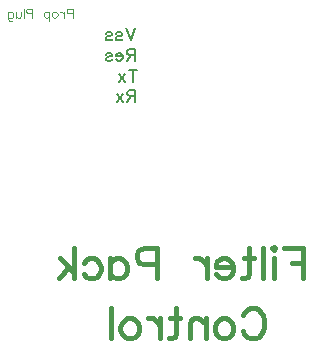
<source format=gbr>
G04 DipTrace 2.4.0.2*
%INBottomSilk.gbr*%
%MOMM*%
%ADD41O,0.392X0.391*%
%ADD112C,0.157*%
%ADD113C,0.118*%
%FSLAX53Y53*%
G04*
G71*
G90*
G75*
G01*
%LNBotSilk*%
%LPD*%
X88826Y79986D2*
D41*
X90407D1*
Y77434D1*
Y78770D2*
X89436D1*
X88042Y79986D2*
X87921Y79865D1*
X87798Y79986D1*
X87921Y80109D1*
X88042Y79986D1*
X87921Y79135D2*
Y77434D1*
X87013Y79986D2*
Y77434D1*
X85864Y79986D2*
Y77919D1*
X85743Y77557D1*
X85499Y77434D1*
X85258D1*
X86229Y79135D2*
X85378D1*
X84473Y78405D2*
X83016D1*
Y78649D1*
X83137Y78894D1*
X83258Y79014D1*
X83502Y79135D1*
X83867D1*
X84108Y79014D1*
X84353Y78770D1*
X84473Y78405D1*
Y78164D1*
X84353Y77799D1*
X84108Y77557D1*
X83867Y77434D1*
X83502D1*
X83258Y77557D1*
X83016Y77799D1*
X82232Y79135D2*
Y77434D1*
Y78405D2*
X82108Y78770D1*
X81867Y79014D1*
X81623Y79135D1*
X81258D1*
X78004Y78649D2*
X76909D1*
X76547Y78770D1*
X76424Y78894D1*
X76303Y79135D1*
Y79500D1*
X76424Y79741D1*
X76547Y79865D1*
X76909Y79986D1*
X78004D1*
Y77434D1*
X74061Y79135D2*
Y77434D1*
Y78770D2*
X74303Y79014D1*
X74547Y79135D1*
X74909D1*
X75154Y79014D1*
X75395Y78770D1*
X75519Y78405D1*
Y78164D1*
X75395Y77799D1*
X75154Y77557D1*
X74909Y77434D1*
X74547D1*
X74303Y77557D1*
X74061Y77799D1*
X71817Y78770D2*
X72061Y79014D1*
X72306Y79135D1*
X72668D1*
X72912Y79014D1*
X73154Y78770D1*
X73277Y78405D1*
Y78164D1*
X73154Y77799D1*
X72912Y77557D1*
X72668Y77434D1*
X72306D1*
X72061Y77557D1*
X71817Y77799D1*
X71033Y79986D2*
Y77434D1*
X69817Y79135D2*
X71033Y77919D1*
X70547Y78405D2*
X69696Y77434D1*
X76180Y98602D2*
D112*
X75792Y97581D1*
X75403Y98602D1*
X74555Y98116D2*
X74603Y98213D1*
X74749Y98262D1*
X74895D1*
X75041Y98213D1*
X75089Y98116D1*
X75041Y98019D1*
X74943Y97970D1*
X74701Y97921D1*
X74603Y97873D1*
X74555Y97775D1*
Y97727D1*
X74603Y97631D1*
X74749Y97581D1*
X74895D1*
X75041Y97631D1*
X75089Y97727D1*
X73707Y98116D2*
X73755Y98213D1*
X73901Y98262D1*
X74047D1*
X74193Y98213D1*
X74241Y98116D1*
X74193Y98019D1*
X74095Y97970D1*
X73853Y97921D1*
X73755Y97873D1*
X73707Y97775D1*
Y97727D1*
X73755Y97631D1*
X73901Y97581D1*
X74047D1*
X74193Y97631D1*
X74241Y97727D1*
X76132Y96369D2*
X75695D1*
X75549Y96419D1*
X75500Y96467D1*
X75451Y96564D1*
Y96661D1*
X75500Y96758D1*
X75549Y96807D1*
X75695Y96856D1*
X76132D1*
Y95835D1*
X75792Y96369D2*
X75451Y95835D1*
X75138Y96223D2*
X74555D1*
Y96321D1*
X74603Y96419D1*
X74651Y96467D1*
X74749Y96515D1*
X74895D1*
X74992Y96467D1*
X75089Y96369D1*
X75138Y96223D1*
Y96127D1*
X75089Y95981D1*
X74992Y95884D1*
X74895Y95835D1*
X74749D1*
X74651Y95884D1*
X74555Y95981D1*
X73707Y96369D2*
X73755Y96467D1*
X73901Y96515D1*
X74047D1*
X74193Y96467D1*
X74241Y96369D1*
X74193Y96273D1*
X74095Y96223D1*
X73853Y96175D1*
X73755Y96127D1*
X73707Y96029D1*
Y95981D1*
X73755Y95884D1*
X73901Y95835D1*
X74047D1*
X74193Y95884D1*
X74241Y95981D1*
X76007Y95109D2*
Y94088D1*
X76347Y95109D2*
X75666D1*
X75353Y94769D2*
X74818Y94088D1*
Y94769D2*
X75353Y94088D1*
X76188Y92876D2*
X75751D1*
X75605Y92926D1*
X75556Y92974D1*
X75507Y93071D1*
Y93168D1*
X75556Y93265D1*
X75605Y93314D1*
X75751Y93363D1*
X76188D1*
Y92342D1*
X75848Y92876D2*
X75507Y92342D1*
X75194Y93022D2*
X74659Y92342D1*
Y93022D2*
X75194Y92342D1*
X70882Y99875D2*
D113*
X70554D1*
X70445Y99911D1*
X70408Y99948D1*
X70372Y100021D1*
Y100130D1*
X70408Y100203D1*
X70445Y100240D1*
X70554Y100276D1*
X70882D1*
Y99510D1*
X70137Y100021D2*
Y99510D1*
Y99802D2*
X70100Y99911D1*
X70027Y99984D1*
X69954Y100021D1*
X69844D1*
X69427D2*
X69499Y99984D1*
X69573Y99911D1*
X69609Y99802D1*
Y99729D1*
X69573Y99620D1*
X69499Y99547D1*
X69427Y99510D1*
X69318D1*
X69244Y99547D1*
X69172Y99620D1*
X69135Y99729D1*
Y99802D1*
X69172Y99911D1*
X69244Y99984D1*
X69318Y100021D1*
X69427D1*
X68899D2*
Y99255D1*
Y99911D2*
X68826Y99984D1*
X68754Y100021D1*
X68644D1*
X68571Y99984D1*
X68499Y99911D1*
X68461Y99802D1*
Y99728D1*
X68499Y99620D1*
X68571Y99546D1*
X68644Y99510D1*
X68754D1*
X68826Y99546D1*
X68899Y99620D1*
X67486Y99875D2*
X67157D1*
X67048Y99911D1*
X67011Y99948D1*
X66975Y100021D1*
Y100130D1*
X67011Y100203D1*
X67048Y100240D1*
X67157Y100276D1*
X67486D1*
Y99510D1*
X66740Y100276D2*
Y99510D1*
X66504Y100021D2*
Y99656D1*
X66468Y99547D1*
X66395Y99510D1*
X66285D1*
X66213Y99547D1*
X66104Y99656D1*
Y100021D2*
Y99510D1*
X65431Y99984D2*
Y99401D1*
X65467Y99292D1*
X65504Y99255D1*
X65577Y99219D1*
X65686D1*
X65759Y99255D1*
X65431Y99875D2*
X65504Y99947D1*
X65577Y99984D1*
X65686D1*
X65759Y99947D1*
X65832Y99875D1*
X65868Y99765D1*
Y99692D1*
X65832Y99583D1*
X65759Y99510D1*
X65686Y99474D1*
X65577D1*
X65504Y99510D1*
X65431Y99583D1*
X85291Y74299D2*
D41*
X85412Y74540D1*
X85656Y74784D1*
X85898Y74905D1*
X86383D1*
X86628Y74784D1*
X86869Y74540D1*
X86993Y74299D1*
X87113Y73934D1*
Y73324D1*
X86993Y72962D1*
X86869Y72718D1*
X86628Y72477D1*
X86383Y72353D1*
X85898D1*
X85656Y72477D1*
X85412Y72718D1*
X85291Y72962D1*
X83901Y74054D2*
X84142Y73934D1*
X84386Y73689D1*
X84507Y73324D1*
Y73083D1*
X84386Y72718D1*
X84142Y72477D1*
X83901Y72353D1*
X83536D1*
X83291Y72477D1*
X83050Y72718D1*
X82926Y73083D1*
Y73324D1*
X83050Y73689D1*
X83291Y73934D1*
X83536Y74054D1*
X83901D1*
X82142D2*
Y72353D1*
Y73569D2*
X81777Y73934D1*
X81533Y74054D1*
X81170D1*
X80926Y73934D1*
X80805Y73569D1*
Y72353D1*
X79656Y74905D2*
Y72839D1*
X79535Y72477D1*
X79291Y72353D1*
X79050D1*
X80021Y74054D2*
X79170D1*
X78265D2*
Y72353D1*
Y73324D2*
X78142Y73689D1*
X77900Y73934D1*
X77656Y74054D1*
X77291D1*
X75900D2*
X76142Y73934D1*
X76386Y73689D1*
X76507Y73324D1*
Y73083D1*
X76386Y72718D1*
X76142Y72477D1*
X75900Y72353D1*
X75535D1*
X75291Y72477D1*
X75050Y72718D1*
X74926Y73083D1*
Y73324D1*
X75050Y73689D1*
X75291Y73934D1*
X75535Y74054D1*
X75900D1*
X74142Y74905D2*
Y72353D1*
M02*

</source>
